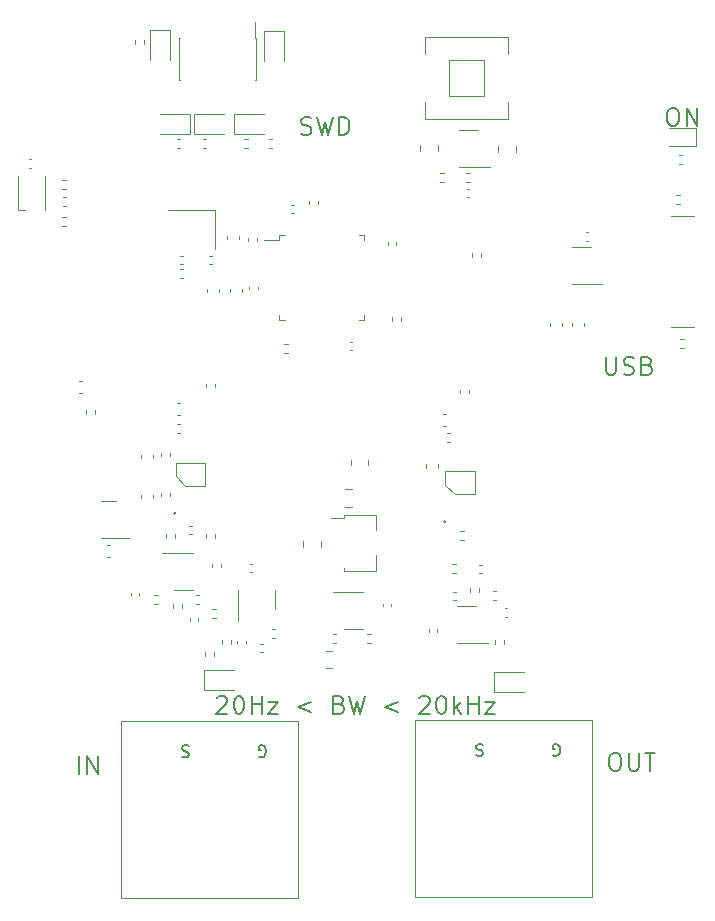
<source format=gbr>
%TF.GenerationSoftware,KiCad,Pcbnew,(6.0.9)*%
%TF.CreationDate,2022-11-20T17:42:04-05:00*%
%TF.ProjectId,Nemesis-MixSigPCB,4e656d65-7369-4732-9d4d-697853696750,rev?*%
%TF.SameCoordinates,Original*%
%TF.FileFunction,Legend,Top*%
%TF.FilePolarity,Positive*%
%FSLAX46Y46*%
G04 Gerber Fmt 4.6, Leading zero omitted, Abs format (unit mm)*
G04 Created by KiCad (PCBNEW (6.0.9)) date 2022-11-20 17:42:04*
%MOMM*%
%LPD*%
G01*
G04 APERTURE LIST*
%ADD10C,0.200000*%
%ADD11C,0.150000*%
%ADD12C,0.120000*%
G04 APERTURE END LIST*
D10*
X90142000Y-127290571D02*
X90427714Y-127290571D01*
X90570571Y-127362000D01*
X90713428Y-127504857D01*
X90784857Y-127790571D01*
X90784857Y-128290571D01*
X90713428Y-128576285D01*
X90570571Y-128719142D01*
X90427714Y-128790571D01*
X90142000Y-128790571D01*
X89999142Y-128719142D01*
X89856285Y-128576285D01*
X89784857Y-128290571D01*
X89784857Y-127790571D01*
X89856285Y-127504857D01*
X89999142Y-127362000D01*
X90142000Y-127290571D01*
X91427714Y-127290571D02*
X91427714Y-128504857D01*
X91499142Y-128647714D01*
X91570571Y-128719142D01*
X91713428Y-128790571D01*
X91999142Y-128790571D01*
X92142000Y-128719142D01*
X92213428Y-128647714D01*
X92284857Y-128504857D01*
X92284857Y-127290571D01*
X92784857Y-127290571D02*
X93642000Y-127290571D01*
X93213428Y-128790571D02*
X93213428Y-127290571D01*
X44882285Y-129044571D02*
X44882285Y-127544571D01*
X45596571Y-129044571D02*
X45596571Y-127544571D01*
X46453714Y-129044571D01*
X46453714Y-127544571D01*
X56559714Y-122607428D02*
X56631142Y-122536000D01*
X56774000Y-122464571D01*
X57131142Y-122464571D01*
X57274000Y-122536000D01*
X57345428Y-122607428D01*
X57416857Y-122750285D01*
X57416857Y-122893142D01*
X57345428Y-123107428D01*
X56488285Y-123964571D01*
X57416857Y-123964571D01*
X58345428Y-122464571D02*
X58488285Y-122464571D01*
X58631142Y-122536000D01*
X58702571Y-122607428D01*
X58774000Y-122750285D01*
X58845428Y-123036000D01*
X58845428Y-123393142D01*
X58774000Y-123678857D01*
X58702571Y-123821714D01*
X58631142Y-123893142D01*
X58488285Y-123964571D01*
X58345428Y-123964571D01*
X58202571Y-123893142D01*
X58131142Y-123821714D01*
X58059714Y-123678857D01*
X57988285Y-123393142D01*
X57988285Y-123036000D01*
X58059714Y-122750285D01*
X58131142Y-122607428D01*
X58202571Y-122536000D01*
X58345428Y-122464571D01*
X59488285Y-123964571D02*
X59488285Y-122464571D01*
X59488285Y-123178857D02*
X60345428Y-123178857D01*
X60345428Y-123964571D02*
X60345428Y-122464571D01*
X60916857Y-122964571D02*
X61702571Y-122964571D01*
X60916857Y-123964571D01*
X61702571Y-123964571D01*
X64559714Y-122964571D02*
X63416857Y-123393142D01*
X64559714Y-123821714D01*
X66916857Y-123178857D02*
X67131142Y-123250285D01*
X67202571Y-123321714D01*
X67274000Y-123464571D01*
X67274000Y-123678857D01*
X67202571Y-123821714D01*
X67131142Y-123893142D01*
X66988285Y-123964571D01*
X66416857Y-123964571D01*
X66416857Y-122464571D01*
X66916857Y-122464571D01*
X67059714Y-122536000D01*
X67131142Y-122607428D01*
X67202571Y-122750285D01*
X67202571Y-122893142D01*
X67131142Y-123036000D01*
X67059714Y-123107428D01*
X66916857Y-123178857D01*
X66416857Y-123178857D01*
X67774000Y-122464571D02*
X68131142Y-123964571D01*
X68416857Y-122893142D01*
X68702571Y-123964571D01*
X69059714Y-122464571D01*
X71916857Y-122964571D02*
X70774000Y-123393142D01*
X71916857Y-123821714D01*
X73702571Y-122607428D02*
X73774000Y-122536000D01*
X73916857Y-122464571D01*
X74274000Y-122464571D01*
X74416857Y-122536000D01*
X74488285Y-122607428D01*
X74559714Y-122750285D01*
X74559714Y-122893142D01*
X74488285Y-123107428D01*
X73631142Y-123964571D01*
X74559714Y-123964571D01*
X75488285Y-122464571D02*
X75631142Y-122464571D01*
X75774000Y-122536000D01*
X75845428Y-122607428D01*
X75916857Y-122750285D01*
X75988285Y-123036000D01*
X75988285Y-123393142D01*
X75916857Y-123678857D01*
X75845428Y-123821714D01*
X75774000Y-123893142D01*
X75631142Y-123964571D01*
X75488285Y-123964571D01*
X75345428Y-123893142D01*
X75274000Y-123821714D01*
X75202571Y-123678857D01*
X75131142Y-123393142D01*
X75131142Y-123036000D01*
X75202571Y-122750285D01*
X75274000Y-122607428D01*
X75345428Y-122536000D01*
X75488285Y-122464571D01*
X76631142Y-123964571D02*
X76631142Y-122464571D01*
X76774000Y-123393142D02*
X77202571Y-123964571D01*
X77202571Y-122964571D02*
X76631142Y-123536000D01*
X77845428Y-123964571D02*
X77845428Y-122464571D01*
X77845428Y-123178857D02*
X78702571Y-123178857D01*
X78702571Y-123964571D02*
X78702571Y-122464571D01*
X79274000Y-122964571D02*
X80059714Y-122964571D01*
X79274000Y-123964571D01*
X80059714Y-123964571D01*
X89495142Y-93762571D02*
X89495142Y-94976857D01*
X89566571Y-95119714D01*
X89638000Y-95191142D01*
X89780857Y-95262571D01*
X90066571Y-95262571D01*
X90209428Y-95191142D01*
X90280857Y-95119714D01*
X90352285Y-94976857D01*
X90352285Y-93762571D01*
X90995142Y-95191142D02*
X91209428Y-95262571D01*
X91566571Y-95262571D01*
X91709428Y-95191142D01*
X91780857Y-95119714D01*
X91852285Y-94976857D01*
X91852285Y-94834000D01*
X91780857Y-94691142D01*
X91709428Y-94619714D01*
X91566571Y-94548285D01*
X91280857Y-94476857D01*
X91138000Y-94405428D01*
X91066571Y-94334000D01*
X90995142Y-94191142D01*
X90995142Y-94048285D01*
X91066571Y-93905428D01*
X91138000Y-93834000D01*
X91280857Y-93762571D01*
X91638000Y-93762571D01*
X91852285Y-93834000D01*
X92995142Y-94476857D02*
X93209428Y-94548285D01*
X93280857Y-94619714D01*
X93352285Y-94762571D01*
X93352285Y-94976857D01*
X93280857Y-95119714D01*
X93209428Y-95191142D01*
X93066571Y-95262571D01*
X92495142Y-95262571D01*
X92495142Y-93762571D01*
X92995142Y-93762571D01*
X93138000Y-93834000D01*
X93209428Y-93905428D01*
X93280857Y-94048285D01*
X93280857Y-94191142D01*
X93209428Y-94334000D01*
X93138000Y-94405428D01*
X92995142Y-94476857D01*
X92495142Y-94476857D01*
X95031428Y-72680571D02*
X95317142Y-72680571D01*
X95460000Y-72752000D01*
X95602857Y-72894857D01*
X95674285Y-73180571D01*
X95674285Y-73680571D01*
X95602857Y-73966285D01*
X95460000Y-74109142D01*
X95317142Y-74180571D01*
X95031428Y-74180571D01*
X94888571Y-74109142D01*
X94745714Y-73966285D01*
X94674285Y-73680571D01*
X94674285Y-73180571D01*
X94745714Y-72894857D01*
X94888571Y-72752000D01*
X95031428Y-72680571D01*
X96317142Y-74180571D02*
X96317142Y-72680571D01*
X97174285Y-74180571D01*
X97174285Y-72680571D01*
X63698285Y-74871142D02*
X63912571Y-74942571D01*
X64269714Y-74942571D01*
X64412571Y-74871142D01*
X64484000Y-74799714D01*
X64555428Y-74656857D01*
X64555428Y-74514000D01*
X64484000Y-74371142D01*
X64412571Y-74299714D01*
X64269714Y-74228285D01*
X63984000Y-74156857D01*
X63841142Y-74085428D01*
X63769714Y-74014000D01*
X63698285Y-73871142D01*
X63698285Y-73728285D01*
X63769714Y-73585428D01*
X63841142Y-73514000D01*
X63984000Y-73442571D01*
X64341142Y-73442571D01*
X64555428Y-73514000D01*
X65055428Y-73442571D02*
X65412571Y-74942571D01*
X65698285Y-73871142D01*
X65984000Y-74942571D01*
X66341142Y-73442571D01*
X66912571Y-74942571D02*
X66912571Y-73442571D01*
X67269714Y-73442571D01*
X67484000Y-73514000D01*
X67626857Y-73656857D01*
X67698285Y-73799714D01*
X67769714Y-74085428D01*
X67769714Y-74299714D01*
X67698285Y-74585428D01*
X67626857Y-74728285D01*
X67484000Y-74871142D01*
X67269714Y-74942571D01*
X66912571Y-74942571D01*
D11*
%TO.C,J400*%
X85038095Y-127500000D02*
X85133333Y-127547619D01*
X85276190Y-127547619D01*
X85419047Y-127500000D01*
X85514285Y-127404761D01*
X85561904Y-127309523D01*
X85609523Y-127119047D01*
X85609523Y-126976190D01*
X85561904Y-126785714D01*
X85514285Y-126690476D01*
X85419047Y-126595238D01*
X85276190Y-126547619D01*
X85180952Y-126547619D01*
X85038095Y-126595238D01*
X84990476Y-126642857D01*
X84990476Y-126976190D01*
X85180952Y-126976190D01*
X79085714Y-126595238D02*
X78942857Y-126547619D01*
X78704761Y-126547619D01*
X78609523Y-126595238D01*
X78561904Y-126642857D01*
X78514285Y-126738095D01*
X78514285Y-126833333D01*
X78561904Y-126928571D01*
X78609523Y-126976190D01*
X78704761Y-127023809D01*
X78895238Y-127071428D01*
X78990476Y-127119047D01*
X79038095Y-127166666D01*
X79085714Y-127261904D01*
X79085714Y-127357142D01*
X79038095Y-127452380D01*
X78990476Y-127500000D01*
X78895238Y-127547619D01*
X78657142Y-127547619D01*
X78514285Y-127500000D01*
%TO.C,J300*%
X54185714Y-126695238D02*
X54042857Y-126647619D01*
X53804761Y-126647619D01*
X53709523Y-126695238D01*
X53661904Y-126742857D01*
X53614285Y-126838095D01*
X53614285Y-126933333D01*
X53661904Y-127028571D01*
X53709523Y-127076190D01*
X53804761Y-127123809D01*
X53995238Y-127171428D01*
X54090476Y-127219047D01*
X54138095Y-127266666D01*
X54185714Y-127361904D01*
X54185714Y-127457142D01*
X54138095Y-127552380D01*
X54090476Y-127600000D01*
X53995238Y-127647619D01*
X53757142Y-127647619D01*
X53614285Y-127600000D01*
X60138095Y-127600000D02*
X60233333Y-127647619D01*
X60376190Y-127647619D01*
X60519047Y-127600000D01*
X60614285Y-127504761D01*
X60661904Y-127409523D01*
X60709523Y-127219047D01*
X60709523Y-127076190D01*
X60661904Y-126885714D01*
X60614285Y-126790476D01*
X60519047Y-126695238D01*
X60376190Y-126647619D01*
X60280952Y-126647619D01*
X60138095Y-126695238D01*
X60090476Y-126742857D01*
X60090476Y-127076190D01*
X60280952Y-127076190D01*
D12*
%TO.C,C203*%
X71010000Y-84042164D02*
X71010000Y-84257836D01*
X71730000Y-84042164D02*
X71730000Y-84257836D01*
%TO.C,R405*%
X80070000Y-118033641D02*
X80070000Y-117726359D01*
X80830000Y-118033641D02*
X80830000Y-117726359D01*
%TO.C,R204*%
X78172157Y-84968516D02*
X78172157Y-85275798D01*
X78932157Y-84968516D02*
X78932157Y-85275798D01*
%TO.C,R205*%
X96095798Y-93002157D02*
X95788516Y-93002157D01*
X96095798Y-92242157D02*
X95788516Y-92242157D01*
%TO.C,L101*%
X81200000Y-66650000D02*
X81200000Y-68150000D01*
X76200000Y-68650000D02*
X76200000Y-71650000D01*
X74200000Y-72150000D02*
X74200000Y-73650000D01*
X79200000Y-68650000D02*
X76200000Y-68650000D01*
X74200000Y-73650000D02*
X81200000Y-73650000D01*
X74200000Y-66650000D02*
X81200000Y-66650000D01*
X76200000Y-71650000D02*
X79200000Y-71650000D01*
X74200000Y-68150000D02*
X74200000Y-66650000D01*
X81200000Y-73650000D02*
X81200000Y-72150000D01*
X79200000Y-71650000D02*
X79200000Y-68650000D01*
%TO.C,R103*%
X95656359Y-76630000D02*
X95963641Y-76630000D01*
X95656359Y-77390000D02*
X95963641Y-77390000D01*
%TO.C,R201*%
X53693641Y-87110000D02*
X53386359Y-87110000D01*
X53693641Y-86350000D02*
X53386359Y-86350000D01*
%TO.C,U102*%
X68150000Y-116760000D02*
X68950000Y-116760000D01*
X68150000Y-116760000D02*
X67350000Y-116760000D01*
X68150000Y-113640000D02*
X68950000Y-113640000D01*
X68150000Y-113640000D02*
X66350000Y-113640000D01*
%TO.C,C211*%
X40632164Y-77730000D02*
X40847836Y-77730000D01*
X40632164Y-77010000D02*
X40847836Y-77010000D01*
%TO.C,R400*%
X77930000Y-96536359D02*
X77930000Y-96843641D01*
X77170000Y-96536359D02*
X77170000Y-96843641D01*
%TO.C,Y200*%
X56407500Y-81290000D02*
X52407500Y-81290000D01*
X56407500Y-84590000D02*
X56407500Y-81290000D01*
%TO.C,C402*%
X74240000Y-102859420D02*
X74240000Y-103140580D01*
X75260000Y-102859420D02*
X75260000Y-103140580D01*
%TO.C,C212*%
X60992164Y-75350000D02*
X61207836Y-75350000D01*
X60992164Y-76070000D02*
X61207836Y-76070000D01*
%TO.C,C303*%
X54960000Y-115892164D02*
X54960000Y-116107836D01*
X54240000Y-115892164D02*
X54240000Y-116107836D01*
%TO.C,R105*%
X66346359Y-117240000D02*
X66653641Y-117240000D01*
X66346359Y-118000000D02*
X66653641Y-118000000D01*
%TO.C,R210*%
X53453641Y-76090000D02*
X53146359Y-76090000D01*
X53453641Y-75330000D02*
X53146359Y-75330000D01*
%TO.C,C104*%
X75235000Y-75838748D02*
X75235000Y-76361252D01*
X73765000Y-75838748D02*
X73765000Y-76361252D01*
%TO.C,R100*%
X69385000Y-102927064D02*
X69385000Y-102472936D01*
X67915000Y-102927064D02*
X67915000Y-102472936D01*
%TO.C,R403*%
X78730000Y-113643641D02*
X78730000Y-113336359D01*
X77970000Y-113643641D02*
X77970000Y-113336359D01*
%TO.C,D201*%
X62260000Y-66160000D02*
X62260000Y-68710000D01*
X60560000Y-66160000D02*
X60560000Y-68710000D01*
X62260000Y-66160000D02*
X60560000Y-66160000D01*
%TO.C,U101*%
X77837500Y-74540000D02*
X78637500Y-74540000D01*
X77837500Y-77660000D02*
X79637500Y-77660000D01*
X77837500Y-74540000D02*
X77037500Y-74540000D01*
X77837500Y-77660000D02*
X77037500Y-77660000D01*
%TO.C,C304*%
X49275000Y-113922836D02*
X49275000Y-113707164D01*
X49995000Y-113922836D02*
X49995000Y-113707164D01*
%TO.C,R200*%
X65110000Y-80853641D02*
X65110000Y-80546359D01*
X64350000Y-80853641D02*
X64350000Y-80546359D01*
%TO.C,C403*%
X78742164Y-111340000D02*
X78957836Y-111340000D01*
X78742164Y-112060000D02*
X78957836Y-112060000D01*
%TO.C,D205*%
X58000000Y-73160000D02*
X58000000Y-74860000D01*
X58000000Y-73160000D02*
X60550000Y-73160000D01*
X58000000Y-74860000D02*
X60550000Y-74860000D01*
%TO.C,R404*%
X80203641Y-114380000D02*
X79896359Y-114380000D01*
X80203641Y-113620000D02*
X79896359Y-113620000D01*
%TO.C,R308*%
X45430000Y-98553641D02*
X45430000Y-98246359D01*
X46190000Y-98553641D02*
X46190000Y-98246359D01*
%TO.C,C313*%
X52550000Y-101912164D02*
X52550000Y-102127836D01*
X51830000Y-101912164D02*
X51830000Y-102127836D01*
%TO.C,C100*%
X87657157Y-90851577D02*
X87657157Y-91132737D01*
X86637157Y-90851577D02*
X86637157Y-91132737D01*
%TO.C,C202*%
X68025336Y-92470000D02*
X67809664Y-92470000D01*
X68025336Y-93190000D02*
X67809664Y-93190000D01*
%TO.C,R304*%
X53570000Y-114716359D02*
X53570000Y-115023641D01*
X52810000Y-114716359D02*
X52810000Y-115023641D01*
%TO.C,C205*%
X59277500Y-88037836D02*
X59277500Y-87822164D01*
X59997500Y-88037836D02*
X59997500Y-87822164D01*
%TO.C,R203*%
X62256359Y-93420000D02*
X62563641Y-93420000D01*
X62256359Y-92660000D02*
X62563641Y-92660000D01*
%TO.C,D300*%
X55440000Y-121980000D02*
X57990000Y-121980000D01*
X55440000Y-120280000D02*
X55440000Y-121980000D01*
X55440000Y-120280000D02*
X57990000Y-120280000D01*
%TO.C,C107*%
X66321252Y-118645000D02*
X65798748Y-118645000D01*
X66321252Y-120115000D02*
X65798748Y-120115000D01*
%TO.C,C106*%
X77907836Y-79540000D02*
X77692164Y-79540000D01*
X77907836Y-80260000D02*
X77692164Y-80260000D01*
%TO.C,C406*%
X75210000Y-117007836D02*
X75210000Y-116792164D01*
X74490000Y-117007836D02*
X74490000Y-116792164D01*
%TO.C,C301*%
X60457836Y-118040000D02*
X60242164Y-118040000D01*
X60457836Y-118760000D02*
X60242164Y-118760000D01*
%TO.C,R207*%
X43773641Y-78740000D02*
X43466359Y-78740000D01*
X43773641Y-79500000D02*
X43466359Y-79500000D01*
%TO.C,C311*%
X51840000Y-105507836D02*
X51840000Y-105292164D01*
X52560000Y-105507836D02*
X52560000Y-105292164D01*
%TO.C,D400*%
X80000000Y-122150000D02*
X82550000Y-122150000D01*
X80000000Y-120450000D02*
X82550000Y-120450000D01*
X80000000Y-120450000D02*
X80000000Y-122150000D01*
%TO.C,C207*%
X55727500Y-88270580D02*
X55727500Y-87989420D01*
X56747500Y-88270580D02*
X56747500Y-87989420D01*
%TO.C,C310*%
X50090000Y-105740580D02*
X50090000Y-105459420D01*
X51110000Y-105740580D02*
X51110000Y-105459420D01*
%TO.C,C101*%
X85757157Y-90851577D02*
X85757157Y-91132737D01*
X84737157Y-90851577D02*
X84737157Y-91132737D01*
%TO.C,C108*%
X71310000Y-114642164D02*
X71310000Y-114857836D01*
X70590000Y-114642164D02*
X70590000Y-114857836D01*
%TO.C,C405*%
X76757836Y-114360000D02*
X76542164Y-114360000D01*
X76757836Y-113640000D02*
X76542164Y-113640000D01*
%TO.C,R212*%
X55653641Y-75330000D02*
X55346359Y-75330000D01*
X55653641Y-76090000D02*
X55346359Y-76090000D01*
%TO.C,U302*%
X47400000Y-109060000D02*
X49075000Y-109060000D01*
X47400000Y-105940000D02*
X48050000Y-105940000D01*
X47400000Y-105940000D02*
X46750000Y-105940000D01*
X47400000Y-109060000D02*
X46750000Y-109060000D01*
%TO.C,D202*%
X54260000Y-73160000D02*
X51710000Y-73160000D01*
X54260000Y-74860000D02*
X54260000Y-73160000D01*
X54260000Y-74860000D02*
X51710000Y-74860000D01*
%TO.C,C307*%
X54192164Y-108040000D02*
X54407836Y-108040000D01*
X54192164Y-108760000D02*
X54407836Y-108760000D01*
%TO.C,U100*%
X67340000Y-111860000D02*
X67340000Y-111630000D01*
X70060000Y-107140000D02*
X70060000Y-108450000D01*
X67340000Y-107140000D02*
X67340000Y-107370000D01*
X66200000Y-107370000D02*
X67340000Y-107370000D01*
X70060000Y-111860000D02*
X67340000Y-111860000D01*
X70060000Y-110550000D02*
X70060000Y-111860000D01*
X67340000Y-107140000D02*
X70060000Y-107140000D01*
%TO.C,R402*%
X76793641Y-111320000D02*
X76486359Y-111320000D01*
X76793641Y-112080000D02*
X76486359Y-112080000D01*
%TO.C,C300*%
X58290000Y-118007836D02*
X58290000Y-117792164D01*
X59010000Y-118007836D02*
X59010000Y-117792164D01*
%TO.C,C302*%
X59322164Y-111290000D02*
X59537836Y-111290000D01*
X59322164Y-112010000D02*
X59537836Y-112010000D01*
%TO.C,C404*%
X80932164Y-115770000D02*
X81147836Y-115770000D01*
X80932164Y-115050000D02*
X81147836Y-115050000D01*
%TO.C,C401*%
X76257836Y-100240000D02*
X76042164Y-100240000D01*
X76257836Y-100960000D02*
X76042164Y-100960000D01*
%TO.C,R211*%
X49620000Y-67263641D02*
X49620000Y-66956359D01*
X50380000Y-67263641D02*
X50380000Y-66956359D01*
%TO.C,U401*%
X77687500Y-114890000D02*
X76887500Y-114890000D01*
X77687500Y-118010000D02*
X76887500Y-118010000D01*
X77687500Y-114890000D02*
X78487500Y-114890000D01*
X77687500Y-118010000D02*
X79487500Y-118010000D01*
%TO.C,C314*%
X53407836Y-100160000D02*
X53192164Y-100160000D01*
X53407836Y-99440000D02*
X53192164Y-99440000D01*
%TO.C,R208*%
X43763641Y-82710000D02*
X43456359Y-82710000D01*
X43763641Y-81950000D02*
X43456359Y-81950000D01*
%TO.C,C210*%
X87774321Y-83212157D02*
X87989993Y-83212157D01*
X87774321Y-83932157D02*
X87989993Y-83932157D01*
%TO.C,R306*%
X52980000Y-108746359D02*
X52980000Y-109053641D01*
X52220000Y-108746359D02*
X52220000Y-109053641D01*
%TO.C,R302*%
X61196359Y-116800000D02*
X61503641Y-116800000D01*
X61196359Y-117560000D02*
X61503641Y-117560000D01*
%TO.C,R209*%
X43793641Y-80240000D02*
X43486359Y-80240000D01*
X43793641Y-81000000D02*
X43486359Y-81000000D01*
%TO.C,C208*%
X56135336Y-85930000D02*
X55919664Y-85930000D01*
X56135336Y-85210000D02*
X55919664Y-85210000D01*
%TO.C,R206*%
X95765798Y-80072157D02*
X95458516Y-80072157D01*
X95765798Y-80832157D02*
X95458516Y-80832157D01*
%TO.C,R202*%
X71380000Y-90713641D02*
X71380000Y-90406359D01*
X72140000Y-90713641D02*
X72140000Y-90406359D01*
%TO.C,C102*%
X67961252Y-106435000D02*
X67438748Y-106435000D01*
X67961252Y-104965000D02*
X67438748Y-104965000D01*
%TO.C,D100*%
X97075000Y-75885000D02*
X97075000Y-74415000D01*
X94790000Y-75885000D02*
X97075000Y-75885000D01*
X97075000Y-74415000D02*
X94790000Y-74415000D01*
%TO.C,R309*%
X55640000Y-96026359D02*
X55640000Y-96333641D01*
X56400000Y-96026359D02*
X56400000Y-96333641D01*
%TO.C,C305*%
X54792164Y-114660000D02*
X55007836Y-114660000D01*
X54792164Y-113940000D02*
X55007836Y-113940000D01*
%TO.C,C209*%
X53439664Y-85200000D02*
X53655336Y-85200000D01*
X53439664Y-85920000D02*
X53655336Y-85920000D01*
%TO.C,R213*%
X59143641Y-76090000D02*
X58836359Y-76090000D01*
X59143641Y-75330000D02*
X58836359Y-75330000D01*
%TO.C,C312*%
X50090000Y-102059420D02*
X50090000Y-102340580D01*
X51110000Y-102059420D02*
X51110000Y-102340580D01*
%TO.C,D200*%
X41990000Y-81320000D02*
X41990000Y-78420000D01*
X39690000Y-81320000D02*
X39690000Y-78420000D01*
X40290000Y-81320000D02*
X39690000Y-81320000D01*
%TO.C,J201*%
X53365000Y-66745000D02*
X53365000Y-70275000D01*
X59835000Y-66745000D02*
X59835000Y-70275000D01*
X53430000Y-66745000D02*
X53365000Y-66745000D01*
X59835000Y-70275000D02*
X59770000Y-70275000D01*
X53430000Y-70275000D02*
X53365000Y-70275000D01*
X59770000Y-65420000D02*
X59770000Y-66745000D01*
X59835000Y-66745000D02*
X59770000Y-66745000D01*
%TO.C,C201*%
X59227500Y-83937836D02*
X59227500Y-83722164D01*
X59947500Y-83937836D02*
X59947500Y-83722164D01*
%TO.C,C306*%
X56140000Y-111332164D02*
X56140000Y-111547836D01*
X56860000Y-111332164D02*
X56860000Y-111547836D01*
%TO.C,R300*%
X56270000Y-118766359D02*
X56270000Y-119073641D01*
X55510000Y-118766359D02*
X55510000Y-119073641D01*
%TO.C,U300*%
X61460000Y-114300000D02*
X61460000Y-113500000D01*
X61460000Y-114300000D02*
X61460000Y-115100000D01*
X58340000Y-114300000D02*
X58340000Y-113500000D01*
X58340000Y-114300000D02*
X58340000Y-116100000D01*
%TO.C,C103*%
X63865000Y-109861252D02*
X63865000Y-109338748D01*
X65335000Y-109861252D02*
X65335000Y-109338748D01*
%TO.C,R104*%
X69296359Y-118010000D02*
X69603641Y-118010000D01*
X69296359Y-117250000D02*
X69603641Y-117250000D01*
%TO.C,C204*%
X62829664Y-81590000D02*
X63045336Y-81590000D01*
X62829664Y-80870000D02*
X63045336Y-80870000D01*
%TO.C,J400*%
X73300000Y-139500000D02*
X73300000Y-124500000D01*
X88300000Y-139500000D02*
X73300000Y-139500000D01*
X88300000Y-124500000D02*
X73300000Y-124500000D01*
X88300000Y-139500000D02*
X88300000Y-124500000D01*
%TO.C,U200*%
X62277500Y-90640000D02*
X61827500Y-90640000D01*
X61827500Y-83420000D02*
X61827500Y-83870000D01*
X62277500Y-83420000D02*
X61827500Y-83420000D01*
X68597500Y-90640000D02*
X69047500Y-90640000D01*
X69047500Y-90640000D02*
X69047500Y-90190000D01*
X61827500Y-83870000D02*
X60537500Y-83870000D01*
X68597500Y-83420000D02*
X69047500Y-83420000D01*
X61827500Y-90640000D02*
X61827500Y-90190000D01*
X69047500Y-83420000D02*
X69047500Y-83870000D01*
%TO.C,R303*%
X56146359Y-115120000D02*
X56453641Y-115120000D01*
X56146359Y-115880000D02*
X56453641Y-115880000D01*
%TO.C,C315*%
X53440580Y-98710000D02*
X53159420Y-98710000D01*
X53440580Y-97690000D02*
X53159420Y-97690000D01*
%TO.C,C309*%
X47540580Y-109690000D02*
X47259420Y-109690000D01*
X47540580Y-110710000D02*
X47259420Y-110710000D01*
%TO.C,C400*%
X75990580Y-99610000D02*
X75709420Y-99610000D01*
X75990580Y-98590000D02*
X75709420Y-98590000D01*
%TO.C,U303*%
X53050000Y-103875000D02*
X53050000Y-102725000D01*
X53850000Y-104675000D02*
X53050000Y-103875000D01*
X55550000Y-104675000D02*
X53850000Y-104675000D01*
X53050000Y-102725000D02*
X55550000Y-102725000D01*
X55550000Y-102725000D02*
X55550000Y-104675000D01*
X53000000Y-107000000D02*
G75*
G03*
X53000000Y-107000000I0J0D01*
G01*
X53100000Y-107000000D02*
G75*
G03*
X53100000Y-107000000I-100000J0D01*
G01*
%TO.C,R102*%
X75446359Y-78170000D02*
X75753641Y-78170000D01*
X75446359Y-78930000D02*
X75753641Y-78930000D01*
%TO.C,R307*%
X56380000Y-108746359D02*
X56380000Y-109053641D01*
X55620000Y-108746359D02*
X55620000Y-109053641D01*
%TO.C,U400*%
X76700000Y-105375000D02*
X75900000Y-104575000D01*
X75900000Y-103425000D02*
X78400000Y-103425000D01*
X78400000Y-105375000D02*
X76700000Y-105375000D01*
X75900000Y-104575000D02*
X75900000Y-103425000D01*
X78400000Y-103425000D02*
X78400000Y-105375000D01*
X75850000Y-107700000D02*
G75*
G03*
X75850000Y-107700000I0J0D01*
G01*
X75950000Y-107700000D02*
G75*
G03*
X75950000Y-107700000I-100000J0D01*
G01*
%TO.C,R401*%
X77176359Y-109300000D02*
X77483641Y-109300000D01*
X77176359Y-108540000D02*
X77483641Y-108540000D01*
%TO.C,U301*%
X53700000Y-110340000D02*
X51900000Y-110340000D01*
X53700000Y-113460000D02*
X52900000Y-113460000D01*
X53700000Y-113460000D02*
X54500000Y-113460000D01*
X53700000Y-110340000D02*
X54500000Y-110340000D01*
%TO.C,D203*%
X50850000Y-66110000D02*
X50850000Y-68660000D01*
X52550000Y-66110000D02*
X52550000Y-68660000D01*
X52550000Y-66110000D02*
X50850000Y-66110000D01*
%TO.C,J200*%
X94972157Y-81832157D02*
X96972157Y-81832157D01*
X94972157Y-91232157D02*
X96972157Y-91232157D01*
%TO.C,D204*%
X54600000Y-74860000D02*
X57150000Y-74860000D01*
X54600000Y-73160000D02*
X57150000Y-73160000D01*
X54600000Y-73160000D02*
X54600000Y-74860000D01*
%TO.C,C308*%
X45150580Y-96810000D02*
X44869420Y-96810000D01*
X45150580Y-95790000D02*
X44869420Y-95790000D01*
%TO.C,C206*%
X57627500Y-88270580D02*
X57627500Y-87989420D01*
X58647500Y-88270580D02*
X58647500Y-87989420D01*
%TO.C,R301*%
X56970000Y-117746359D02*
X56970000Y-118053641D01*
X57730000Y-117746359D02*
X57730000Y-118053641D01*
%TO.C,R101*%
X77646359Y-78220000D02*
X77953641Y-78220000D01*
X77646359Y-78980000D02*
X77953641Y-78980000D01*
%TO.C,C200*%
X58447500Y-83770580D02*
X58447500Y-83489420D01*
X57427500Y-83770580D02*
X57427500Y-83489420D01*
%TO.C,R305*%
X51246359Y-114680000D02*
X51553641Y-114680000D01*
X51246359Y-113920000D02*
X51553641Y-113920000D01*
%TO.C,J300*%
X63400000Y-139600000D02*
X48400000Y-139600000D01*
X48400000Y-139600000D02*
X48400000Y-124600000D01*
X63400000Y-139600000D02*
X63400000Y-124600000D01*
X63400000Y-124600000D02*
X48400000Y-124600000D01*
%TO.C,C105*%
X81835000Y-75888748D02*
X81835000Y-76411252D01*
X80365000Y-75888748D02*
X80365000Y-76411252D01*
%TO.C,U201*%
X87392157Y-84472157D02*
X88192157Y-84472157D01*
X87392157Y-84472157D02*
X86592157Y-84472157D01*
X87392157Y-87592157D02*
X86592157Y-87592157D01*
X87392157Y-87592157D02*
X89192157Y-87592157D01*
%TD*%
M02*

</source>
